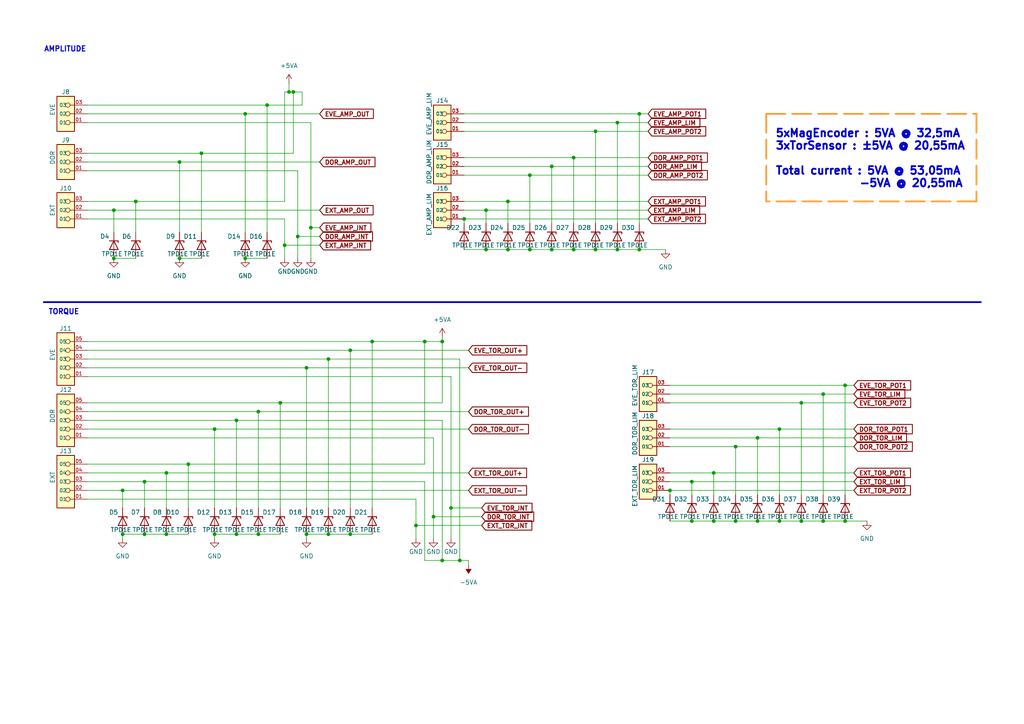
<source format=kicad_sch>
(kicad_sch (version 20211123) (generator eeschema)
  (paper "A4")
  (lib_symbols
    (symbol "Device:D_Zener" (pin_numbers hide) (pin_names (offset 1.016) hide)
      (property "Reference" "D" (at 0 2.54 0))
      (property "Value" "D_Zener" (at 0 -2.54 0))
      (symbol "D_Zener_0_1"
        (polyline (pts (xy 1.27 0) (xy -1.27 0)))
        (polyline (pts (xy -1.27 -1.27) (xy -1.27 1.27) (xy -0.762 1.27)) (stroke (width 0.254)))
        (polyline (pts (xy 1.27 -1.27) (xy 1.27 1.27) (xy -1.27 0) (xy 1.27 -1.27)) (stroke (width 0.254)))
      )
      (symbol "D_Zener_1_1"
        (pin passive line (at -3.81 0 0) (length 2.54) (name "K") (number "1"))
        (pin passive line (at 3.81 0 180) (length 2.54) (name "A") (number "2"))
      )
    )
    (symbol "SymLib:1751109" (pin_names (offset 1.016))
      (property "Reference" "J" (at -6.85 5.08 0))
      (property "Value" "1751109" (at -6.35 -7.62 0))
      (symbol "1751109_0_0"
        (rectangle (start -6.35 5.08) (end -1.27 -5.08) (stroke (width 0.254)) (fill (type background)))
        (circle (center -4.445 -2.54) (radius 0.635) (stroke (width 0.1524)))
        (circle (center -4.445 0) (radius 0.635) (stroke (width 0.1524)))
        (circle (center -4.445 2.54) (radius 0.635) (stroke (width 0.1524)))
        (pin passive line (at -10.16 2.54 0) (length 5.08) (name "01") (number "01"))
        (pin passive line (at -10.16 0 0) (length 5.08) (name "02") (number "02"))
        (pin passive line (at -10.16 -2.54 0) (length 5.08) (name "03") (number "03"))
      )
    )
    (symbol "SymLib:1751125" (pin_names (offset 1.016))
      (property "Reference" "J" (at -6.85 7.62 0))
      (property "Value" "1751125" (at -6.35 -10.16 0))
      (symbol "1751125_0_0"
        (rectangle (start -6.35 7.62) (end -1.27 -7.62) (stroke (width 0.254)) (fill (type background)))
        (circle (center -4.445 -5.08) (radius 0.635) (stroke (width 0.1524)))
        (circle (center -4.445 -2.54) (radius 0.635) (stroke (width 0.1524)))
        (circle (center -4.445 0) (radius 0.635) (stroke (width 0.1524)))
        (circle (center -4.445 2.54) (radius 0.635) (stroke (width 0.1524)))
        (circle (center -4.445 5.08) (radius 0.635) (stroke (width 0.1524)))
        (pin passive line (at -10.16 5.08 0) (length 5.08) (name "01") (number "01"))
        (pin passive line (at -10.16 2.54 0) (length 5.08) (name "02") (number "02"))
        (pin passive line (at -10.16 0 0) (length 5.08) (name "03") (number "03"))
        (pin passive line (at -10.16 -2.54 0) (length 5.08) (name "04") (number "04"))
        (pin passive line (at -10.16 -5.08 0) (length 5.08) (name "05") (number "05"))
      )
    )
    (symbol "power:+5VA" (power) (pin_names (offset 0))
      (property "Value" "+5VA" (at 0 3.556 0))
      (symbol "+5VA_0_1"
        (polyline (pts (xy -0.762 1.27) (xy 0 2.54)))
        (polyline (pts (xy 0 0) (xy 0 2.54)))
        (polyline (pts (xy 0 2.54) (xy 0.762 1.27)))
      )
      (symbol "+5VA_1_1"
        (pin power_in line (at 0 0 90) (length 0) hide (name "+5VA") (number "1"))
      )
    )
    (symbol "power:-5VA" (power) (pin_names (offset 0))
      (property "Value" "-5VA" (at 0 3.81 0))
      (symbol "-5VA_0_0"
        (pin power_in line (at 0 0 90) (length 0) hide (name "-5VA") (number "1"))
      )
      (symbol "-5VA_0_1"
        (polyline (pts (xy 0 0) (xy 0 1.27) (xy 0.762 1.27) (xy 0 2.54) (xy -0.762 1.27) (xy 0 1.27)) (fill (type outline)))
      )
    )
    (symbol "power:GND" (power) (pin_names (offset 0))
      (property "Value" "GND" (at 0 -3.81 0))
      (symbol "GND_0_1"
        (polyline (pts (xy 0 0) (xy 0 -1.27) (xy 1.27 -1.27) (xy 0 -2.54) (xy -1.27 -1.27) (xy 0 -1.27)))
      )
      (symbol "GND_1_1"
        (pin power_in line (at 0 0 270) (length 0) hide (name "GND") (number "1"))
      )
    )
  )
  (junction (at 48.26 137.16))
  (junction (at 85.09 26.67))
  (junction (at 125.73 149.86))
  (junction (at 41.91 154.94))
  (junction (at 88.9 154.94))
  (junction (at 41.91 139.7))
  (junction (at 207.01 151.13))
  (junction (at 74.93 119.38))
  (junction (at 52.07 46.99))
  (junction (at 62.23 124.46))
  (junction (at 77.47 30.48))
  (junction (at 185.42 72.39))
  (junction (at 95.25 154.94))
  (junction (at 95.25 104.14))
  (junction (at 82.55 71.12))
  (junction (at 140.97 72.39))
  (junction (at 48.26 154.94))
  (junction (at 232.41 151.13))
  (junction (at 179.07 72.39))
  (junction (at 147.32 58.42))
  (junction (at 140.97 60.96))
  (junction (at 101.6 154.94))
  (junction (at 35.56 154.94))
  (junction (at 179.07 35.56))
  (junction (at 33.02 60.96))
  (junction (at 219.71 151.13))
  (junction (at 207.01 137.16))
  (junction (at 185.42 33.02))
  (junction (at 172.72 38.1))
  (junction (at 238.76 151.13))
  (junction (at 245.11 111.76))
  (junction (at 128.27 162.56))
  (junction (at 90.17 66.04))
  (junction (at 245.11 151.13))
  (junction (at 107.95 99.06))
  (junction (at 153.67 50.8))
  (junction (at 71.12 33.02))
  (junction (at 200.66 139.7))
  (junction (at 166.37 45.72))
  (junction (at 120.65 152.4))
  (junction (at 226.06 124.46))
  (junction (at 101.6 101.6))
  (junction (at 123.19 99.06))
  (junction (at 219.71 127))
  (junction (at 33.02 74.93))
  (junction (at 134.62 63.5))
  (junction (at 68.58 154.94))
  (junction (at 35.56 142.24))
  (junction (at 130.81 147.32))
  (junction (at 68.58 121.92))
  (junction (at 52.07 74.93))
  (junction (at 62.23 154.94))
  (junction (at 232.41 116.84))
  (junction (at 86.36 68.58))
  (junction (at 160.02 72.39))
  (junction (at 200.66 151.13))
  (junction (at 71.12 74.93))
  (junction (at 213.36 129.54))
  (junction (at 133.35 162.56))
  (junction (at 160.02 48.26))
  (junction (at 58.42 44.45))
  (junction (at 166.37 72.39))
  (junction (at 128.27 99.06))
  (junction (at 39.37 58.42))
  (junction (at 83.82 26.67))
  (junction (at 54.61 134.62))
  (junction (at 226.06 151.13))
  (junction (at 213.36 151.13))
  (junction (at 147.32 72.39))
  (junction (at 194.31 142.24))
  (junction (at 74.93 154.94))
  (junction (at 81.28 116.84))
  (junction (at 238.76 114.3))
  (junction (at 172.72 72.39))
  (junction (at 153.67 72.39))
  (junction (at 88.9 106.68))
  (wire (pts (xy 68.58 121.92) (xy 68.58 147.32)))
  (wire (pts (xy 213.36 129.54) (xy 213.36 143.51)))
  (wire (pts (xy 92.71 60.96) (xy 33.02 60.96)))
  (wire (pts (xy 85.09 26.67) (xy 87.63 26.67)))
  (wire (pts (xy 187.96 38.1) (xy 172.72 38.1)))
  (wire (pts (xy 25.4 109.22) (xy 130.81 109.22)))
  (wire (pts (xy 147.32 72.39) (xy 153.67 72.39)))
  (wire (pts (xy 81.28 116.84) (xy 81.28 147.32)))
  (wire (pts (xy 54.61 134.62) (xy 123.19 134.62)))
  (wire (pts (xy 172.72 38.1) (xy 134.62 38.1)))
  (wire (pts (xy 41.91 139.7) (xy 123.19 139.7)))
  (wire (pts (xy 232.41 151.13) (xy 238.76 151.13)))
  (wire (pts (xy 88.9 106.68) (xy 135.89 106.68)))
  (wire (pts (xy 107.95 99.06) (xy 123.19 99.06)))
  (wire (pts (xy 166.37 72.39) (xy 172.72 72.39)))
  (wire (pts (xy 153.67 72.39) (xy 160.02 72.39)))
  (wire (pts (xy 25.4 44.45) (xy 58.42 44.45)))
  (wire (pts (xy 130.81 147.32) (xy 139.7 147.32)))
  (wire (pts (xy 25.4 142.24) (xy 35.56 142.24)))
  (wire (pts (xy 25.4 121.92) (xy 68.58 121.92)))
  (wire (pts (xy 25.4 30.48) (xy 77.47 30.48)))
  (wire (pts (xy 194.31 151.13) (xy 200.66 151.13)))
  (wire (pts (xy 219.71 151.13) (xy 226.06 151.13)))
  (wire (pts (xy 123.19 139.7) (xy 123.19 162.56)))
  (wire (pts (xy 86.36 68.58) (xy 86.36 74.93)))
  (wire (pts (xy 135.89 101.6) (xy 101.6 101.6)))
  (wire (pts (xy 140.97 72.39) (xy 147.32 72.39)))
  (wire (pts (xy 128.27 121.92) (xy 128.27 162.56)))
  (wire (pts (xy 77.47 30.48) (xy 87.63 30.48)))
  (wire (pts (xy 187.96 63.5) (xy 134.62 63.5)))
  (wire (pts (xy 247.65 124.46) (xy 226.06 124.46)))
  (wire (pts (xy 86.36 49.53) (xy 86.36 68.58)))
  (wire (pts (xy 101.6 154.94) (xy 107.95 154.94)))
  (wire (pts (xy 48.26 154.94) (xy 54.61 154.94)))
  (wire (pts (xy 187.96 48.26) (xy 160.02 48.26)))
  (wire (pts (xy 107.95 99.06) (xy 107.95 147.32)))
  (wire (pts (xy 25.4 58.42) (xy 39.37 58.42)))
  (wire (pts (xy 125.73 149.86) (xy 125.73 156.21)))
  (wire (pts (xy 247.65 127) (xy 219.71 127)))
  (wire (pts (xy 187.96 35.56) (xy 179.07 35.56)))
  (wire (pts (xy 25.4 144.78) (xy 120.65 144.78)))
  (wire (pts (xy 130.81 147.32) (xy 130.81 156.21)))
  (wire (pts (xy 135.89 162.56) (xy 135.89 163.83)))
  (wire (pts (xy 88.9 154.94) (xy 95.25 154.94)))
  (wire (pts (xy 179.07 35.56) (xy 179.07 64.77)))
  (wire (pts (xy 128.27 162.56) (xy 133.35 162.56)))
  (wire (pts (xy 25.4 124.46) (xy 62.23 124.46)))
  (wire (pts (xy 207.01 137.16) (xy 194.31 137.16)))
  (wire (pts (xy 39.37 58.42) (xy 82.55 58.42)))
  (wire (pts (xy 81.28 116.84) (xy 128.27 116.84)))
  (wire (pts (xy 245.11 151.13) (xy 251.46 151.13)))
  (polyline (pts (xy 222.25 33.02) (xy 222.25 58.42)) (stroke (width 0.5) (type dash) (color 255 148 44 1)))
  (wire (pts (xy 120.65 152.4) (xy 139.7 152.4)))
  (wire (pts (xy 219.71 127) (xy 194.31 127)))
  (wire (pts (xy 88.9 154.94) (xy 88.9 156.21)))
  (wire (pts (xy 83.82 26.67) (xy 85.09 26.67)))
  (wire (pts (xy 247.65 129.54) (xy 213.36 129.54)))
  (wire (pts (xy 74.93 119.38) (xy 74.93 147.32)))
  (wire (pts (xy 133.35 104.14) (xy 133.35 162.56)))
  (wire (pts (xy 140.97 60.96) (xy 140.97 64.77)))
  (wire (pts (xy 247.65 116.84) (xy 232.41 116.84)))
  (wire (pts (xy 95.25 104.14) (xy 95.25 147.32)))
  (wire (pts (xy 135.89 137.16) (xy 48.26 137.16)))
  (wire (pts (xy 74.93 119.38) (xy 25.4 119.38)))
  (wire (pts (xy 25.4 104.14) (xy 95.25 104.14)))
  (wire (pts (xy 86.36 68.58) (xy 92.71 68.58)))
  (wire (pts (xy 160.02 72.39) (xy 166.37 72.39)))
  (wire (pts (xy 82.55 63.5) (xy 82.55 71.12)))
  (wire (pts (xy 25.4 63.5) (xy 82.55 63.5)))
  (wire (pts (xy 128.27 99.06) (xy 123.19 99.06)))
  (wire (pts (xy 25.4 106.68) (xy 88.9 106.68)))
  (wire (pts (xy 52.07 74.93) (xy 58.42 74.93)))
  (wire (pts (xy 101.6 101.6) (xy 101.6 147.32)))
  (wire (pts (xy 219.71 127) (xy 219.71 143.51)))
  (wire (pts (xy 25.4 60.96) (xy 33.02 60.96)))
  (wire (pts (xy 140.97 60.96) (xy 134.62 60.96)))
  (wire (pts (xy 187.96 33.02) (xy 185.42 33.02)))
  (wire (pts (xy 135.89 162.56) (xy 133.35 162.56)))
  (wire (pts (xy 245.11 111.76) (xy 194.31 111.76)))
  (wire (pts (xy 33.02 74.93) (xy 39.37 74.93)))
  (wire (pts (xy 25.4 127) (xy 125.73 127)))
  (wire (pts (xy 35.56 142.24) (xy 35.56 147.32)))
  (wire (pts (xy 62.23 154.94) (xy 68.58 154.94)))
  (wire (pts (xy 130.81 109.22) (xy 130.81 147.32)))
  (wire (pts (xy 187.96 58.42) (xy 147.32 58.42)))
  (wire (pts (xy 172.72 72.39) (xy 179.07 72.39)))
  (wire (pts (xy 39.37 58.42) (xy 39.37 67.31)))
  (wire (pts (xy 232.41 116.84) (xy 194.31 116.84)))
  (wire (pts (xy 238.76 151.13) (xy 245.11 151.13)))
  (wire (pts (xy 185.42 72.39) (xy 193.04 72.39)))
  (wire (pts (xy 82.55 71.12) (xy 92.71 71.12)))
  (wire (pts (xy 58.42 44.45) (xy 58.42 67.31)))
  (wire (pts (xy 101.6 101.6) (xy 25.4 101.6)))
  (wire (pts (xy 33.02 60.96) (xy 33.02 67.31)))
  (wire (pts (xy 25.4 33.02) (xy 71.12 33.02)))
  (wire (pts (xy 35.56 154.94) (xy 41.91 154.94)))
  (wire (pts (xy 85.09 26.67) (xy 85.09 44.45)))
  (wire (pts (xy 147.32 58.42) (xy 134.62 58.42)))
  (wire (pts (xy 213.36 151.13) (xy 219.71 151.13)))
  (wire (pts (xy 58.42 44.45) (xy 85.09 44.45)))
  (wire (pts (xy 25.4 99.06) (xy 107.95 99.06)))
  (wire (pts (xy 25.4 116.84) (xy 81.28 116.84)))
  (wire (pts (xy 120.65 152.4) (xy 120.65 156.21)))
  (wire (pts (xy 135.89 119.38) (xy 74.93 119.38)))
  (wire (pts (xy 62.23 154.94) (xy 62.23 156.21)))
  (wire (pts (xy 238.76 114.3) (xy 194.31 114.3)))
  (wire (pts (xy 185.42 33.02) (xy 134.62 33.02)))
  (polyline (pts (xy 12.7 87.63) (xy 284.48 87.63)) (stroke (width 0.5) (type solid)))
  (wire (pts (xy 54.61 134.62) (xy 54.61 147.32)))
  (wire (pts (xy 62.23 124.46) (xy 135.89 124.46)))
  (wire (pts (xy 185.42 33.02) (xy 185.42 64.77)))
  (wire (pts (xy 153.67 50.8) (xy 134.62 50.8)))
  (wire (pts (xy 160.02 48.26) (xy 134.62 48.26)))
  (wire (pts (xy 160.02 48.26) (xy 160.02 64.77)))
  (wire (pts (xy 62.23 124.46) (xy 62.23 147.32)))
  (wire (pts (xy 68.58 121.92) (xy 128.27 121.92)))
  (wire (pts (xy 200.66 139.7) (xy 194.31 139.7)))
  (wire (pts (xy 25.4 46.99) (xy 52.07 46.99)))
  (wire (pts (xy 200.66 139.7) (xy 200.66 143.51)))
  (wire (pts (xy 172.72 38.1) (xy 172.72 64.77)))
  (wire (pts (xy 207.01 137.16) (xy 207.01 143.51)))
  (wire (pts (xy 179.07 72.39) (xy 185.42 72.39)))
  (wire (pts (xy 52.07 46.99) (xy 52.07 67.31)))
  (wire (pts (xy 200.66 151.13) (xy 207.01 151.13)))
  (wire (pts (xy 187.96 45.72) (xy 166.37 45.72)))
  (wire (pts (xy 147.32 58.42) (xy 147.32 64.77)))
  (wire (pts (xy 83.82 24.13) (xy 83.82 26.67)))
  (wire (pts (xy 226.06 151.13) (xy 232.41 151.13)))
  (wire (pts (xy 95.25 154.94) (xy 101.6 154.94)))
  (wire (pts (xy 194.31 142.24) (xy 194.31 143.51)))
  (wire (pts (xy 90.17 35.56) (xy 90.17 66.04)))
  (wire (pts (xy 41.91 154.94) (xy 48.26 154.94)))
  (wire (pts (xy 153.67 50.8) (xy 153.67 64.77)))
  (wire (pts (xy 245.11 111.76) (xy 245.11 143.51)))
  (wire (pts (xy 232.41 116.84) (xy 232.41 143.51)))
  (wire (pts (xy 25.4 35.56) (xy 90.17 35.56)))
  (wire (pts (xy 71.12 74.93) (xy 77.47 74.93)))
  (wire (pts (xy 82.55 26.67) (xy 82.55 58.42)))
  (wire (pts (xy 90.17 66.04) (xy 92.71 66.04)))
  (wire (pts (xy 74.93 154.94) (xy 81.28 154.94)))
  (wire (pts (xy 134.62 72.39) (xy 140.97 72.39)))
  (polyline (pts (xy 283.21 33.02) (xy 283.21 58.42)) (stroke (width 0.5) (type dash) (color 255 148 44 1)))
  (wire (pts (xy 48.26 137.16) (xy 25.4 137.16)))
  (wire (pts (xy 25.4 49.53) (xy 86.36 49.53)))
  (wire (pts (xy 87.63 26.67) (xy 87.63 30.48)))
  (wire (pts (xy 92.71 46.99) (xy 52.07 46.99)))
  (wire (pts (xy 134.62 63.5) (xy 134.62 64.77)))
  (wire (pts (xy 247.65 137.16) (xy 207.01 137.16)))
  (wire (pts (xy 213.36 129.54) (xy 194.31 129.54)))
  (wire (pts (xy 226.06 124.46) (xy 226.06 143.51)))
  (wire (pts (xy 68.58 154.94) (xy 74.93 154.94)))
  (wire (pts (xy 48.26 137.16) (xy 48.26 147.32)))
  (wire (pts (xy 207.01 151.13) (xy 213.36 151.13)))
  (wire (pts (xy 187.96 60.96) (xy 140.97 60.96)))
  (wire (pts (xy 125.73 127) (xy 125.73 149.86)))
  (wire (pts (xy 25.4 134.62) (xy 54.61 134.62)))
  (wire (pts (xy 179.07 35.56) (xy 134.62 35.56)))
  (wire (pts (xy 226.06 124.46) (xy 194.31 124.46)))
  (wire (pts (xy 238.76 114.3) (xy 238.76 143.51)))
  (wire (pts (xy 35.56 142.24) (xy 135.89 142.24)))
  (wire (pts (xy 25.4 139.7) (xy 41.91 139.7)))
  (polyline (pts (xy 283.21 58.42) (xy 222.25 58.42)) (stroke (width 0.5) (type dash) (color 255 148 44 1)))
  (wire (pts (xy 194.31 142.24) (xy 247.65 142.24)))
  (wire (pts (xy 166.37 45.72) (xy 134.62 45.72)))
  (wire (pts (xy 247.65 114.3) (xy 238.76 114.3)))
  (polyline (pts (xy 222.25 33.02) (xy 283.21 33.02)) (stroke (width 0.5) (type dash) (color 255 148 44 1)))
  (wire (pts (xy 125.73 149.86) (xy 139.7 149.86)))
  (wire (pts (xy 92.71 33.02) (xy 71.12 33.02)))
  (wire (pts (xy 128.27 99.06) (xy 128.27 116.84)))
  (wire (pts (xy 187.96 50.8) (xy 153.67 50.8)))
  (wire (pts (xy 128.27 97.79) (xy 128.27 99.06)))
  (wire (pts (xy 82.55 71.12) (xy 82.55 74.93)))
  (wire (pts (xy 120.65 144.78) (xy 120.65 152.4)))
  (wire (pts (xy 123.19 99.06) (xy 123.19 134.62)))
  (wire (pts (xy 90.17 66.04) (xy 90.17 74.93)))
  (wire (pts (xy 166.37 45.72) (xy 166.37 64.77)))
  (wire (pts (xy 88.9 106.68) (xy 88.9 147.32)))
  (wire (pts (xy 95.25 104.14) (xy 133.35 104.14)))
  (wire (pts (xy 35.56 154.94) (xy 35.56 156.21)))
  (wire (pts (xy 247.65 111.76) (xy 245.11 111.76)))
  (wire (pts (xy 82.55 26.67) (xy 83.82 26.67)))
  (wire (pts (xy 41.91 139.7) (xy 41.91 147.32)))
  (wire (pts (xy 123.19 162.56) (xy 128.27 162.56)))
  (wire (pts (xy 247.65 139.7) (xy 200.66 139.7)))
  (wire (pts (xy 71.12 33.02) (xy 71.12 67.31)))
  (wire (pts (xy 77.47 30.48) (xy 77.47 67.31)))
  (text "5xMagEncoder : 5VA @ 32,5mA\n3xTorSensor : ±5VA @ 20,55mA\n\nTotal current : 5VA @ 53,05mA\n		    -5VA @ 20,55mA" (at 224.79 54.61 0) (effects (font (size 2.25 2.25) (thickness 0.5) bold) (justify left bottom)))
  (text "TORQUE" (at 13.97 91.44 0) (effects (font (size 1.5 1.5) (thickness 0.3) bold) (justify left bottom)))
  (text "AMPLITUDE" (at 12.7 15.24 0) (effects (font (size 1.5 1.5) (thickness 0.3) bold) (justify left bottom)))
  (global_label "EXT_AMP_LIM" (shape input) (at 187.96 60.96 0) (effects (font (thickness 0.254) bold)) (property "Intersheet References" "${INTERSHEET_REFS}" (effects hide)))
  (global_label "DOR_AMP_OUT" (shape input) (at 92.71 46.99 0) (effects (font (thickness 0.254) bold)) (property "Intersheet References" "${INTERSHEET_REFS}" (effects hide)))
  (global_label "DOR_TOR_LIM" (shape input) (at 247.65 127 0) (effects (font (thickness 0.254) bold)) (property "Intersheet References" "${INTERSHEET_REFS}" (effects hide)))
  (global_label "DOR_AMP_INT" (shape input) (at 92.71 68.58 0) (effects (font (thickness 0.254) bold)) (property "Intersheet References" "${INTERSHEET_REFS}" (effects hide)))
  (global_label "EXT_TOR_LIM" (shape input) (at 247.65 139.7 0) (effects (font (thickness 0.254) bold)) (property "Intersheet References" "${INTERSHEET_REFS}" (effects hide)))
  (global_label "DOR_TOR_POT1" (shape input) (at 247.65 124.46 0) (effects (font (thickness 0.254) bold)) (property "Intersheet References" "${INTERSHEET_REFS}" (effects hide)))
  (global_label "EVE_TOR_INT" (shape input) (at 139.7 147.32 0) (effects (font (thickness 0.254) bold)) (property "Intersheet References" "${INTERSHEET_REFS}" (effects hide)))
  (global_label "EVE_AMP_INT" (shape input) (at 92.71 66.04 0) (effects (font (thickness 0.254) bold)) (property "Intersheet References" "${INTERSHEET_REFS}" (effects hide)))
  (global_label "EXT_AMP_POT1" (shape input) (at 187.96 58.42 0) (effects (font (thickness 0.254) bold)) (property "Intersheet References" "${INTERSHEET_REFS}" (effects hide)))
  (global_label "DOR_TOR_OUT-" (shape input) (at 135.89 124.46 0) (effects (font (thickness 0.254) bold)) (property "Intersheet References" "${INTERSHEET_REFS}" (effects hide)))
  (global_label "EXT_AMP_INT" (shape input) (at 92.71 71.12 0) (effects (font (thickness 0.254) bold)) (property "Intersheet References" "${INTERSHEET_REFS}" (effects hide)))
  (global_label "DOR_AMP_POT1" (shape input) (at 187.96 45.72 0) (effects (font (thickness 0.254) bold)) (property "Intersheet References" "${INTERSHEET_REFS}" (effects hide)))
  (global_label "EVE_TOR_OUT-" (shape input) (at 135.89 106.68 0) (effects (font (thickness 0.254) bold)) (property "Intersheet References" "${INTERSHEET_REFS}" (effects hide)))
  (global_label "EVE_TOR_POT2" (shape input) (at 247.65 116.84 0) (effects (font (thickness 0.254) bold)) (property "Intersheet References" "${INTERSHEET_REFS}" (effects hide)))
  (global_label "EXT_TOR_POT1" (shape input) (at 247.65 137.16 0) (effects (font (thickness 0.254) bold)) (property "Intersheet References" "${INTERSHEET_REFS}" (effects hide)))
  (global_label "EVE_AMP_LIM" (shape input) (at 187.96 35.56 0) (effects (font (thickness 0.254) bold)) (property "Intersheet References" "${INTERSHEET_REFS}" (effects hide)))
  (global_label "EVE_AMP_OUT" (shape input) (at 92.71 33.02 0) (effects (font (thickness 0.254) bold)) (property "Intersheet References" "${INTERSHEET_REFS}" (effects hide)))
  (global_label "EXT_AMP_OUT" (shape input) (at 92.71 60.96 0) (effects (font (thickness 0.254) bold)) (property "Intersheet References" "${INTERSHEET_REFS}" (effects hide)))
  (global_label "DOR_AMP_LIM" (shape input) (at 187.96 48.26 0) (effects (font (thickness 0.254) bold)) (property "Intersheet References" "${INTERSHEET_REFS}" (effects hide)))
  (global_label "EXT_TOR_OUT+" (shape input) (at 135.89 137.16 0) (effects (font (thickness 0.254) bold)) (property "Intersheet References" "${INTERSHEET_REFS}" (effects hide)))
  (global_label "DOR_TOR_OUT+" (shape input) (at 135.89 119.38 0) (effects (font (thickness 0.254) bold)) (property "Intersheet References" "${INTERSHEET_REFS}" (effects hide)))
  (global_label "EXT_TOR_OUT-" (shape input) (at 135.89 142.24 0) (effects (font (thickness 0.254) bold)) (property "Intersheet References" "${INTERSHEET_REFS}" (effects hide)))
  (global_label "EVE_TOR_OUT+" (shape input) (at 135.89 101.6 0) (effects (font (thickness 0.254) bold)) (property "Intersheet References" "${INTERSHEET_REFS}" (effects hide)))
  (global_label "EVE_AMP_POT1" (shape input) (at 187.96 33.02 0) (effects (font (thickness 0.254) bold)) (property "Intersheet References" "${INTERSHEET_REFS}" (effects hide)))
  (global_label "DOR_TOR_INT" (shape input) (at 139.7 149.86 0) (effects (font (thickness 0.254) bold)) (property "Intersheet References" "${INTERSHEET_REFS}" (effects hide)))
  (global_label "EXT_AMP_POT2" (shape input) (at 187.96 63.5 0) (effects (font (thickness 0.254) bold)) (property "Intersheet References" "${INTERSHEET_REFS}" (effects hide)))
  (global_label "EVE_TOR_LIM" (shape input) (at 247.65 114.3 0) (effects (font (thickness 0.254) bold)) (property "Intersheet References" "${INTERSHEET_REFS}" (effects hide)))
  (global_label "EVE_TOR_POT1" (shape input) (at 247.65 111.76 0) (effects (font (thickness 0.254) bold)) (property "Intersheet References" "${INTERSHEET_REFS}" (effects hide)))
  (global_label "EXT_TOR_INT" (shape input) (at 139.7 152.4 0) (effects (font (thickness 0.254) bold)) (property "Intersheet References" "${INTERSHEET_REFS}" (effects hide)))
  (global_label "EVE_AMP_POT2" (shape input) (at 187.96 38.1 0) (effects (font (thickness 0.254) bold)) (property "Intersheet References" "${INTERSHEET_REFS}" (effects hide)))
  (global_label "DOR_TOR_POT2" (shape input) (at 247.65 129.54 0) (effects (font (thickness 0.254) bold)) (property "Intersheet References" "${INTERSHEET_REFS}" (effects hide)))
  (global_label "DOR_AMP_POT2" (shape input) (at 187.96 50.8 0) (effects (font (thickness 0.254) bold)) (property "Intersheet References" "${INTERSHEET_REFS}" (effects hide)))
  (global_label "EXT_TOR_POT2" (shape input) (at 247.65 142.24 0) (effects (font (thickness 0.254) bold)) (property "Intersheet References" "${INTERSHEET_REFS}" (effects hide)))
  (symbol (lib_id "Device:D_Zener") (at 172.72 68.58 270) (unit 1)
    (property "Reference" "D28" (at 171.45 66.04 90) (effects (justify right)))
    (property "Value" "TPD1E" (at 175.26 71.12 90) (effects (justify right)))
    (property "Footprint" "FootPrint:DPY2_TEX" (effects hide))
  )
  (symbol (lib_id "SymLib:1751109") (at 15.24 33.02 180) (unit 1)
    (property "Reference" "J8" (at 19.05 26.67 0))
    (property "Value" "EVE" (at 15.24 31.75 90))
    (property "Footprint" "FootPrint:PHOENIX_1751109" (effects hide))
    (property "PARTREV" "03.03.2021" (effects hide))
    (property "STANDARD" "Manufacturer Recommendations" (effects hide))
    (property "MANUFACTURER" "Phoenix Contact" (effects hide))
  )
  (symbol (lib_id "Device:D_Zener") (at 245.11 147.32 270) (unit 1)
    (property "Reference" "D39" (at 243.84 144.78 90) (effects (justify right)))
    (property "Value" "TPD1E" (at 247.65 149.86 90) (effects (justify right)))
    (property "Footprint" "FootPrint:DPY2_TEX" (effects hide))
  )
  (symbol (lib_id "power:+5VA") (at 128.27 97.79 0) (unit 1)
    (property "Reference" "#PWR048" (effects hide))
    (property "Value" "+5VA" (at 128.27 92.71 0))
  )
  (symbol (lib_id "power:GND") (at 86.36 74.93 0) (unit 1)
    (property "Reference" "#PWR043" (effects hide))
    (property "Value" "GND" (at 86.36 78.74 0))
  )
  (symbol (lib_id "Device:D_Zener") (at 238.76 147.32 270) (unit 1)
    (property "Reference" "D38" (at 237.49 144.78 90) (effects (justify right)))
    (property "Value" "TPD1E" (at 241.3 149.86 90) (effects (justify right)))
    (property "Footprint" "FootPrint:DPY2_TEX" (effects hide))
  )
  (symbol (lib_id "power:GND") (at 125.73 156.21 0) (unit 1)
    (property "Reference" "#PWR047" (effects hide))
    (property "Value" "GND" (at 125.73 160.02 0))
  )
  (symbol (lib_id "SymLib:1751125") (at 15.24 104.14 180) (unit 1)
    (property "Reference" "J11" (at 19.05 95.25 0))
    (property "Value" "EVE" (at 15.24 102.87 90))
    (property "Footprint" "FootPrint:PHOENIX_1751125" (effects hide))
    (property "PARTREV" "03.03.2021" (effects hide))
    (property "STANDARD" "Manufacturer Recommendations" (effects hide))
    (property "MANUFACTURER" "Phoenix Contact" (effects hide))
  )
  (symbol (lib_id "Device:D_Zener") (at 39.37 71.12 270) (unit 1)
    (property "Reference" "D6" (at 38.1 68.58 90) (effects (justify right)))
    (property "Value" "TPD1E" (at 41.91 73.66 90) (effects (justify right)))
    (property "Footprint" "FootPrint:DPY2_TEX" (effects hide))
  )
  (symbol (lib_id "power:GND") (at 251.46 151.13 0) (unit 1)
    (property "Reference" "#PWR052" (effects hide))
    (property "Value" "GND" (at 251.46 156.21 0))
  )
  (symbol (lib_id "Device:D_Zener") (at 74.93 151.13 270) (unit 1)
    (property "Reference" "D15" (at 73.66 148.59 90) (effects (justify right)))
    (property "Value" "TPD1E" (at 77.47 153.67 90) (effects (justify right)))
    (property "Footprint" "FootPrint:DPY2_TEX" (effects hide))
  )
  (symbol (lib_id "Device:D_Zener") (at 160.02 68.58 270) (unit 1)
    (property "Reference" "D26" (at 158.75 66.04 90) (effects (justify right)))
    (property "Value" "TPD1E" (at 162.56 71.12 90) (effects (justify right)))
    (property "Footprint" "FootPrint:DPY2_TEX" (effects hide))
  )
  (symbol (lib_id "power:+5VA") (at 83.82 24.13 0) (unit 1)
    (property "Reference" "#PWR042" (effects hide))
    (property "Value" "+5VA" (at 83.82 19.05 0))
  )
  (symbol (lib_id "power:-5VA") (at 135.89 163.83 180) (unit 1)
    (property "Reference" "#PWR050" (effects hide))
    (property "Value" "-5VA" (at 135.89 168.91 0))
  )
  (symbol (lib_id "SymLib:1751109") (at 184.15 127 180) (unit 1)
    (property "Reference" "J18" (at 187.96 120.65 0))
    (property "Value" "DOR_TOR_LIM" (at 184.15 125.73 90))
    (property "Footprint" "FootPrint:PHOENIX_1751109" (effects hide))
    (property "PARTREV" "03.03.2021" (effects hide))
    (property "STANDARD" "Manufacturer Recommendations" (effects hide))
    (property "MANUFACTURER" "Phoenix Contact" (effects hide))
  )
  (symbol (lib_id "power:GND") (at 62.23 156.21 0) (unit 1)
    (property "Reference" "#PWR039" (effects hide))
    (property "Value" "GND" (at 62.23 161.29 0))
  )
  (symbol (lib_id "Device:D_Zener") (at 200.66 147.32 270) (unit 1)
    (property "Reference" "D32" (at 199.39 144.78 90) (effects (justify right)))
    (property "Value" "TPD1E" (at 203.2 149.86 90) (effects (justify right)))
    (property "Footprint" "FootPrint:DPY2_TEX" (effects hide))
  )
  (symbol (lib_id "Device:D_Zener") (at 185.42 68.58 270) (unit 1)
    (property "Reference" "D30" (at 184.15 66.04 90) (effects (justify right)))
    (property "Value" "TPD1E" (at 187.96 71.12 90) (effects (justify right)))
    (property "Footprint" "FootPrint:DPY2_TEX" (effects hide))
  )
  (symbol (lib_id "SymLib:1751109") (at 184.15 114.3 180) (unit 1)
    (property "Reference" "J17" (at 187.96 107.95 0))
    (property "Value" "EVE_TOR_LIM" (at 184.15 111.76 90))
    (property "Footprint" "FootPrint:PHOENIX_1751109" (effects hide))
    (property "PARTREV" "03.03.2021" (effects hide))
    (property "STANDARD" "Manufacturer Recommendations" (effects hide))
    (property "MANUFACTURER" "Phoenix Contact" (effects hide))
  )
  (symbol (lib_id "SymLib:1751109") (at 124.46 35.56 180) (unit 1)
    (property "Reference" "J14" (at 128.27 29.21 0))
    (property "Value" "EVE_AMP_LIM" (at 124.46 33.02 90))
    (property "Footprint" "FootPrint:PHOENIX_1751109" (effects hide))
    (property "PARTREV" "03.03.2021" (effects hide))
    (property "STANDARD" "Manufacturer Recommendations" (effects hide))
    (property "MANUFACTURER" "Phoenix Contact" (effects hide))
  )
  (symbol (lib_id "power:GND") (at 71.12 74.93 0) (unit 1)
    (property "Reference" "#PWR040" (effects hide))
    (property "Value" "GND" (at 71.12 80.01 0))
  )
  (symbol (lib_id "Device:D_Zener") (at 219.71 147.32 270) (unit 1)
    (property "Reference" "D35" (at 218.44 144.78 90) (effects (justify right)))
    (property "Value" "TPD1E" (at 222.25 149.86 90) (effects (justify right)))
    (property "Footprint" "FootPrint:DPY2_TEX" (effects hide))
  )
  (symbol (lib_id "power:GND") (at 193.04 72.39 0) (unit 1)
    (property "Reference" "#PWR051" (effects hide))
    (property "Value" "GND" (at 193.04 77.47 0))
  )
  (symbol (lib_id "SymLib:1751109") (at 124.46 48.26 180) (unit 1)
    (property "Reference" "J15" (at 128.27 41.91 0))
    (property "Value" "DOR_AMP_LIM" (at 124.46 46.99 90))
    (property "Footprint" "FootPrint:PHOENIX_1751109" (effects hide))
    (property "PARTREV" "03.03.2021" (effects hide))
    (property "STANDARD" "Manufacturer Recommendations" (effects hide))
    (property "MANUFACTURER" "Phoenix Contact" (effects hide))
  )
  (symbol (lib_id "power:GND") (at 120.65 156.21 0) (unit 1)
    (property "Reference" "#PWR046" (effects hide))
    (property "Value" "GND" (at 120.65 160.02 0))
  )
  (symbol (lib_id "Device:D_Zener") (at 194.31 147.32 270) (unit 1)
    (property "Reference" "D31" (at 193.04 144.78 90) (effects (justify right)))
    (property "Value" "TPD1E" (at 196.85 149.86 90) (effects (justify right)))
    (property "Footprint" "FootPrint:DPY2_TEX" (effects hide))
  )
  (symbol (lib_id "SymLib:1751125") (at 15.24 139.7 180) (unit 1)
    (property "Reference" "J13" (at 19.05 130.81 0))
    (property "Value" "EXT" (at 15.24 138.43 90))
    (property "Footprint" "FootPrint:PHOENIX_1751125" (effects hide))
    (property "PARTREV" "03.03.2021" (effects hide))
    (property "STANDARD" "Manufacturer Recommendations" (effects hide))
    (property "MANUFACTURER" "Phoenix Contact" (effects hide))
  )
  (symbol (lib_id "Device:D_Zener") (at 101.6 151.13 270) (unit 1)
    (property "Reference" "D20" (at 100.33 148.59 90) (effects (justify right)))
    (property "Value" "TPD1E" (at 104.14 153.67 90) (effects (justify right)))
    (property "Footprint" "FootPrint:DPY2_TEX" (effects hide))
  )
  (symbol (lib_id "SymLib:1751109") (at 184.15 139.7 180) (unit 1)
    (property "Reference" "J19" (at 187.96 133.35 0))
    (property "Value" "EXT_TOR_LIM" (at 184.15 140.97 90))
    (property "Footprint" "FootPrint:PHOENIX_1751109" (effects hide))
    (property "PARTREV" "03.03.2021" (effects hide))
    (property "STANDARD" "Manufacturer Recommendations" (effects hide))
    (property "MANUFACTURER" "Phoenix Contact" (effects hide))
  )
  (symbol (lib_id "SymLib:1751109") (at 15.24 46.99 180) (unit 1)
    (property "Reference" "J9" (at 19.05 40.64 0))
    (property "Value" "DOR" (at 15.24 45.72 90))
    (property "Footprint" "FootPrint:PHOENIX_1751109" (effects hide))
    (property "PARTREV" "03.03.2021" (effects hide))
    (property "STANDARD" "Manufacturer Recommendations" (effects hide))
    (property "MANUFACTURER" "Phoenix Contact" (effects hide))
  )
  (symbol (lib_id "power:GND") (at 82.55 74.93 0) (unit 1)
    (property "Reference" "#PWR041" (effects hide))
    (property "Value" "GND" (at 82.55 78.74 0))
  )
  (symbol (lib_id "Device:D_Zener") (at 71.12 71.12 270) (unit 1)
    (property "Reference" "D14" (at 69.85 68.58 90) (effects (justify right)))
    (property "Value" "TPD1E" (at 73.66 73.66 90) (effects (justify right)))
    (property "Footprint" "FootPrint:DPY2_TEX" (effects hide))
  )
  (symbol (lib_id "Device:D_Zener") (at 213.36 147.32 270) (unit 1)
    (property "Reference" "D34" (at 212.09 144.78 90) (effects (justify right)))
    (property "Value" "TPD1E" (at 215.9 149.86 90) (effects (justify right)))
    (property "Footprint" "FootPrint:DPY2_TEX" (effects hide))
  )
  (symbol (lib_id "Device:D_Zener") (at 68.58 151.13 270) (unit 1)
    (property "Reference" "D13" (at 67.31 148.59 90) (effects (justify right)))
    (property "Value" "TPD1E" (at 71.12 153.67 90) (effects (justify right)))
    (property "Footprint" "FootPrint:DPY2_TEX" (effects hide))
  )
  (symbol (lib_id "Device:D_Zener") (at 48.26 151.13 270) (unit 1)
    (property "Reference" "D8" (at 46.99 148.59 90) (effects (justify right)))
    (property "Value" "TPD1E" (at 50.8 153.67 90) (effects (justify right)))
    (property "Footprint" "FootPrint:DPY2_TEX" (effects hide))
  )
  (symbol (lib_id "Device:D_Zener") (at 107.95 151.13 270) (unit 1)
    (property "Reference" "D21" (at 106.68 148.59 90) (effects (justify right)))
    (property "Value" "TPD1E" (at 110.49 153.67 90) (effects (justify right)))
    (property "Footprint" "FootPrint:DPY2_TEX" (effects hide))
  )
  (symbol (lib_id "Device:D_Zener") (at 207.01 147.32 270) (unit 1)
    (property "Reference" "D33" (at 205.74 144.78 90) (effects (justify right)))
    (property "Value" "TPD1E" (at 209.55 149.86 90) (effects (justify right)))
    (property "Footprint" "FootPrint:DPY2_TEX" (effects hide))
  )
  (symbol (lib_id "power:GND") (at 130.81 156.21 0) (unit 1)
    (property "Reference" "#PWR049" (effects hide))
    (property "Value" "GND" (at 130.81 160.02 0))
  )
  (symbol (lib_id "Device:D_Zener") (at 41.91 151.13 270) (unit 1)
    (property "Reference" "D7" (at 40.64 148.59 90) (effects (justify right)))
    (property "Value" "TPD1E" (at 44.45 153.67 90) (effects (justify right)))
    (property "Footprint" "FootPrint:DPY2_TEX" (effects hide))
  )
  (symbol (lib_id "power:GND") (at 88.9 156.21 0) (unit 1)
    (property "Reference" "#PWR044" (effects hide))
    (property "Value" "GND" (at 88.9 161.29 0))
  )
  (symbol (lib_id "Device:D_Zener") (at 33.02 71.12 270) (unit 1)
    (property "Reference" "D4" (at 31.75 68.58 90) (effects (justify right)))
    (property "Value" "TPD1E" (at 35.56 73.66 90) (effects (justify right)))
    (property "Footprint" "FootPrint:DPY2_TEX" (effects hide))
  )
  (symbol (lib_id "Device:D_Zener") (at 153.67 68.58 270) (unit 1)
    (property "Reference" "D25" (at 152.4 66.04 90) (effects (justify right)))
    (property "Value" "TPD1E" (at 156.21 71.12 90) (effects (justify right)))
    (property "Footprint" "FootPrint:DPY2_TEX" (effects hide))
  )
  (symbol (lib_id "Device:D_Zener") (at 62.23 151.13 270) (unit 1)
    (property "Reference" "D12" (at 60.96 148.59 90) (effects (justify right)))
    (property "Value" "TPD1E" (at 64.77 153.67 90) (effects (justify right)))
    (property "Footprint" "FootPrint:DPY2_TEX" (effects hide))
  )
  (symbol (lib_id "power:GND") (at 35.56 156.21 0) (unit 1)
    (property "Reference" "#PWR037" (effects hide))
    (property "Value" "GND" (at 35.56 161.29 0))
  )
  (symbol (lib_id "Device:D_Zener") (at 179.07 68.58 270) (unit 1)
    (property "Reference" "D29" (at 177.8 66.04 90) (effects (justify right)))
    (property "Value" "TPD1E" (at 181.61 71.12 90) (effects (justify right)))
    (property "Footprint" "FootPrint:DPY2_TEX" (effects hide))
  )
  (symbol (lib_id "Device:D_Zener") (at 166.37 68.58 270) (unit 1)
    (property "Reference" "D27" (at 165.1 66.04 90) (effects (justify right)))
    (property "Value" "TPD1E" (at 168.91 71.12 90) (effects (justify right)))
    (property "Footprint" "FootPrint:DPY2_TEX" (effects hide))
  )
  (symbol (lib_id "Device:D_Zener") (at 95.25 151.13 270) (unit 1)
    (property "Reference" "D19" (at 93.98 148.59 90) (effects (justify right)))
    (property "Value" "TPD1E" (at 97.79 153.67 90) (effects (justify right)))
    (property "Footprint" "FootPrint:DPY2_TEX" (effects hide))
  )
  (symbol (lib_id "Device:D_Zener") (at 232.41 147.32 270) (unit 1)
    (property "Reference" "D37" (at 231.14 144.78 90) (effects (justify right)))
    (property "Value" "TPD1E" (at 234.95 149.86 90) (effects (justify right)))
    (property "Footprint" "FootPrint:DPY2_TEX" (effects hide))
  )
  (symbol (lib_id "Device:D_Zener") (at 140.97 68.58 270) (unit 1)
    (property "Reference" "D23" (at 139.7 66.04 90) (effects (justify right)))
    (property "Value" "TPD1E" (at 143.51 71.12 90) (effects (justify right)))
    (property "Footprint" "FootPrint:DPY2_TEX" (effects hide))
  )
  (symbol (lib_id "power:GND") (at 90.17 74.93 0) (unit 1)
    (property "Reference" "#PWR045" (effects hide))
    (property "Value" "GND" (at 90.17 78.74 0))
  )
  (symbol (lib_id "Device:D_Zener") (at 77.47 71.12 270) (unit 1)
    (property "Reference" "D16" (at 76.2 68.58 90) (effects (justify right)))
    (property "Value" "TPD1E" (at 80.01 73.66 90) (effects (justify right)))
    (property "Footprint" "FootPrint:DPY2_TEX" (effects hide))
  )
  (symbol (lib_id "Device:D_Zener") (at 52.07 71.12 270) (unit 1)
    (property "Reference" "D9" (at 50.8 68.58 90) (effects (justify right)))
    (property "Value" "TPD1E" (at 54.61 73.66 90) (effects (justify right)))
    (property "Footprint" "FootPrint:DPY2_TEX" (effects hide))
  )
  (symbol (lib_id "SymLib:1751109") (at 124.46 60.96 180) (unit 1)
    (property "Reference" "J16" (at 128.27 54.61 0))
    (property "Value" "EXT_AMP_LIM" (at 124.46 62.23 90))
    (property "Footprint" "FootPrint:PHOENIX_1751109" (effects hide))
    (property "PARTREV" "03.03.2021" (effects hide))
    (property "STANDARD" "Manufacturer Recommendations" (effects hide))
    (property "MANUFACTURER" "Phoenix Contact" (effects hide))
  )
  (symbol (lib_id "Device:D_Zener") (at 134.62 68.58 270) (unit 1)
    (property "Reference" "D22" (at 133.35 66.04 90) (effects (justify right)))
    (property "Value" "TPD1E" (at 137.16 71.12 90) (effects (justify right)))
    (property "Footprint" "FootPrint:DPY2_TEX" (effects hide))
  )
  (symbol (lib_id "power:GND") (at 52.07 74.93 0) (unit 1)
    (property "Reference" "#PWR038" (effects hide))
    (property "Value" "GND" (at 52.07 80.01 0))
  )
  (symbol (lib_id "Device:D_Zener") (at 88.9 151.13 270) (unit 1)
    (property "Reference" "D18" (at 87.63 148.59 90) (effects (justify right)))
    (property "Value" "TPD1E" (at 91.44 153.67 90) (effects (justify right)))
    (property "Footprint" "FootPrint:DPY2_TEX" (effects hide))
  )
  (symbol (lib_id "Device:D_Zener") (at 81.28 151.13 270) (unit 1)
    (property "Reference" "D17" (at 80.01 148.59 90) (effects (justify right)))
    (property "Value" "TPD1E" (at 83.82 153.67 90) (effects (justify right)))
    (property "Footprint" "FootPrint:DPY2_TEX" (effects hide))
  )
  (symbol (lib_id "Device:D_Zener") (at 58.42 71.12 270) (unit 1)
    (property "Reference" "D11" (at 57.15 68.58 90) (effects (justify right)))
    (property "Value" "TPD1E" (at 60.96 73.66 90) (effects (justify right)))
    (property "Footprint" "FootPrint:DPY2_TEX" (effects hide))
  )
  (symbol (lib_id "Device:D_Zener") (at 147.32 68.58 270) (unit 1)
    (property "Reference" "D24" (at 146.05 66.04 90) (effects (justify right)))
    (property "Value" "TPD1E" (at 149.86 71.12 90) (effects (justify right)))
    (property "Footprint" "FootPrint:DPY2_TEX" (effects hide))
  )
  (symbol (lib_id "Device:D_Zener") (at 54.61 151.13 270) (unit 1)
    (property "Reference" "D10" (at 52.07 148.59 90) (effects (justify right)))
    (property "Value" "TPD1E" (at 57.15 153.67 90) (effects (justify right)))
    (property "Footprint" "FootPrint:DPY2_TEX" (effects hide))
  )
  (symbol (lib_id "SymLib:1751125") (at 15.24 121.92 180) (unit 1)
    (property "Reference" "J12" (at 19.05 113.03 0))
    (property "Value" "DOR" (at 15.24 120.65 90))
    (property "Footprint" "FootPrint:PHOENIX_1751125" (effects hide))
    (property "PARTREV" "03.03.2021" (effects hide))
    (property "STANDARD" "Manufacturer Recommendations" (effects hide))
    (property "MANUFACTURER" "Phoenix Contact" (effects hide))
  )
  (symbol (lib_id "Device:D_Zener") (at 35.56 151.13 270) (unit 1)
    (property "Reference" "D5" (at 34.29 148.59 90) (effects (justify right)))
    (property "Value" "TPD1E" (at 38.1 153.67 90) (effects (justify right)))
    (property "Footprint" "FootPrint:DPY2_TEX" (effects hide))
  )
  (symbol (lib_id "power:GND") (at 33.02 74.93 0) (unit 1)
    (property "Reference" "#PWR036" (effects hide))
    (property "Value" "GND" (at 33.02 80.01 0))
  )
  (symbol (lib_id "Device:D_Zener") (at 226.06 147.32 270) (unit 1)
    (property "Reference" "D36" (at 224.79 144.78 90) (effects (justify right)))
    (property "Value" "TPD1E" (at 228.6 149.86 90) (effects (justify right)))
    (property "Footprint" "FootPrint:DPY2_TEX" (effects hide))
  )
  (symbol (lib_id "SymLib:1751109") (at 15.24 60.96 180) (unit 1)
    (property "Reference" "J10" (at 19.05 54.61 0))
    (property "Value" "EXT" (at 15.24 60.96 90))
    (property "Footprint" "FootPrint:PHOENIX_1751109" (effects hide))
    (property "PARTREV" "03.03.2021" (effects hide))
    (property "STANDARD" "Manufacturer Recommendations" (effects hide))
    (property "MANUFACTURER" "Phoenix Contact" (effects hide))
  )
)
</source>
